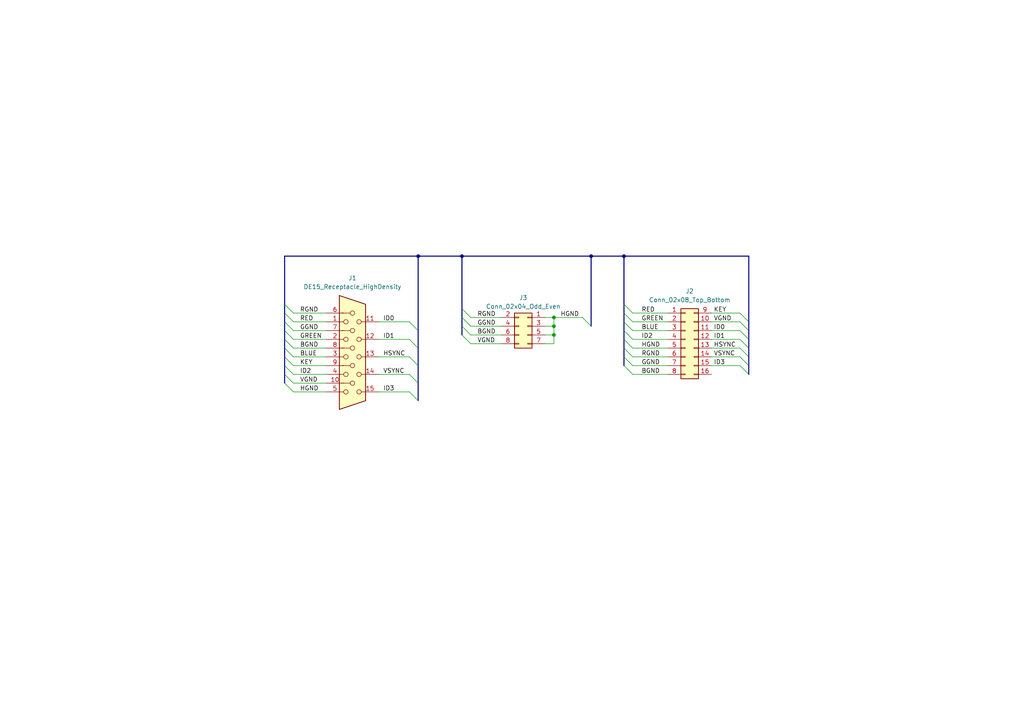
<source format=kicad_sch>
(kicad_sch (version 20230121) (generator eeschema)
  (paper "A4")
  (title_block (title "VGA Breakout Board") (date "2024-09-28") (rev "1") (company "Dillo / T'Pau"))
  (lib_symbols
    (symbol "Connector:DE15_Receptacle_HighDensity" (pin_names (offset 1.016) hide)
      (property "Reference" "J" (at 0 21.59 0))
      (property "Value" "DE15_Receptacle_HighDensity" (at 0 19.05 0))
      (symbol "DE15_Receptacle_HighDensity_0_1"
        (circle (center -1.905 -10.16) (radius 0.635))
        (circle (center -1.905 -5.08) (radius 0.635))
        (circle (center -1.905 0) (radius 0.635))
        (circle (center -1.905 5.08) (radius 0.635))
        (circle (center -1.905 10.16) (radius 0.635))
        (circle (center 0 -7.62) (radius 0.635))
        (circle (center 0 -2.54) (radius 0.635))
        (polyline (pts (xy -3.175 7.62) (xy -0.635 7.62)))
        (polyline (pts (xy -0.635 -7.62) (xy -3.175 -7.62)))
        (polyline (pts (xy -0.635 -2.54) (xy -3.175 -2.54)))
        (polyline (pts (xy -0.635 2.54) (xy -3.175 2.54)))
        (polyline (pts (xy -0.635 12.7) (xy -3.175 12.7)))
        (polyline (pts (xy -3.81 17.78) (xy -3.81 -15.24) (xy 3.81 -12.7) (xy 3.81 15.24) (xy -3.81 17.78)) (stroke (width 0.254)) (fill (type background)))
        (circle (center 0 2.54) (radius 0.635))
        (circle (center 0 7.62) (radius 0.635))
        (circle (center 0 12.7) (radius 0.635))
        (circle (center 1.905 -10.16) (radius 0.635))
        (circle (center 1.905 -5.08) (radius 0.635))
        (circle (center 1.905 0) (radius 0.635))
        (circle (center 1.905 5.08) (radius 0.635))
        (circle (center 1.905 10.16) (radius 0.635))
      )
      (symbol "DE15_Receptacle_HighDensity_1_1"
        (pin passive line (at -7.62 10.16 0) (length 5.08) (name "~") (number "1"))
        (pin passive line (at -7.62 -7.62 0) (length 5.08) (name "~") (number "10"))
        (pin passive line (at 7.62 10.16 180) (length 5.08) (name "~") (number "11"))
        (pin passive line (at 7.62 5.08 180) (length 5.08) (name "~") (number "12"))
        (pin passive line (at 7.62 0 180) (length 5.08) (name "~") (number "13"))
        (pin passive line (at 7.62 -5.08 180) (length 5.08) (name "~") (number "14"))
        (pin passive line (at 7.62 -10.16 180) (length 5.08) (name "~") (number "15"))
        (pin passive line (at -7.62 5.08 0) (length 5.08) (name "~") (number "2"))
        (pin passive line (at -7.62 0 0) (length 5.08) (name "~") (number "3"))
        (pin passive line (at -7.62 -5.08 0) (length 5.08) (name "~") (number "4"))
        (pin passive line (at -7.62 -10.16 0) (length 5.08) (name "~") (number "5"))
        (pin passive line (at -7.62 12.7 0) (length 5.08) (name "~") (number "6"))
        (pin passive line (at -7.62 7.62 0) (length 5.08) (name "~") (number "7"))
        (pin passive line (at -7.62 2.54 0) (length 5.08) (name "~") (number "8"))
        (pin passive line (at -7.62 -2.54 0) (length 5.08) (name "~") (number "9"))
      )
    )
    (symbol "Connector_Generic:Conn_02x04_Odd_Even" (pin_names (offset 1.016) hide)
      (property "Reference" "J" (at 1.27 5.08 0))
      (property "Value" "Conn_02x04_Odd_Even" (at 1.27 -7.62 0))
      (symbol "Conn_02x04_Odd_Even_1_1"
        (rectangle (start -1.27 -4.953) (end 0 -5.207) (stroke (width 0.1524)))
        (rectangle (start -1.27 -2.413) (end 0 -2.667) (stroke (width 0.1524)))
        (rectangle (start -1.27 0.127) (end 0 -0.127) (stroke (width 0.1524)))
        (rectangle (start -1.27 2.667) (end 0 2.413) (stroke (width 0.1524)))
        (rectangle (start -1.27 3.81) (end 3.81 -6.35) (stroke (width 0.254)) (fill (type background)))
        (rectangle (start 3.81 -4.953) (end 2.54 -5.207) (stroke (width 0.1524)))
        (rectangle (start 3.81 -2.413) (end 2.54 -2.667) (stroke (width 0.1524)))
        (rectangle (start 3.81 0.127) (end 2.54 -0.127) (stroke (width 0.1524)))
        (rectangle (start 3.81 2.667) (end 2.54 2.413) (stroke (width 0.1524)))
        (pin passive line (at -5.08 2.54 0) (length 3.81) (name "Pin_1") (number "1"))
        (pin passive line (at 7.62 2.54 180) (length 3.81) (name "Pin_2") (number "2"))
        (pin passive line (at -5.08 0 0) (length 3.81) (name "Pin_3") (number "3"))
        (pin passive line (at 7.62 0 180) (length 3.81) (name "Pin_4") (number "4"))
        (pin passive line (at -5.08 -2.54 0) (length 3.81) (name "Pin_5") (number "5"))
        (pin passive line (at 7.62 -2.54 180) (length 3.81) (name "Pin_6") (number "6"))
        (pin passive line (at -5.08 -5.08 0) (length 3.81) (name "Pin_7") (number "7"))
        (pin passive line (at 7.62 -5.08 180) (length 3.81) (name "Pin_8") (number "8"))
      )
    )
    (symbol "Connector_Generic:Conn_02x08_Top_Bottom" (pin_names (offset 1.016) hide)
      (property "Reference" "J" (at 1.27 10.16 0))
      (property "Value" "Conn_02x08_Top_Bottom" (at 1.27 -12.7 0))
      (symbol "Conn_02x08_Top_Bottom_1_1"
        (rectangle (start -1.27 -10.033) (end 0 -10.287) (stroke (width 0.1524)))
        (rectangle (start -1.27 -7.493) (end 0 -7.747) (stroke (width 0.1524)))
        (rectangle (start -1.27 -4.953) (end 0 -5.207) (stroke (width 0.1524)))
        (rectangle (start -1.27 -2.413) (end 0 -2.667) (stroke (width 0.1524)))
        (rectangle (start -1.27 0.127) (end 0 -0.127) (stroke (width 0.1524)))
        (rectangle (start -1.27 2.667) (end 0 2.413) (stroke (width 0.1524)))
        (rectangle (start -1.27 5.207) (end 0 4.953) (stroke (width 0.1524)))
        (rectangle (start -1.27 7.747) (end 0 7.493) (stroke (width 0.1524)))
        (rectangle (start -1.27 8.89) (end 3.81 -11.43) (stroke (width 0.254)) (fill (type background)))
        (rectangle (start 3.81 -10.033) (end 2.54 -10.287) (stroke (width 0.1524)))
        (rectangle (start 3.81 -7.493) (end 2.54 -7.747) (stroke (width 0.1524)))
        (rectangle (start 3.81 -4.953) (end 2.54 -5.207) (stroke (width 0.1524)))
        (rectangle (start 3.81 -2.413) (end 2.54 -2.667) (stroke (width 0.1524)))
        (rectangle (start 3.81 0.127) (end 2.54 -0.127) (stroke (width 0.1524)))
        (rectangle (start 3.81 2.667) (end 2.54 2.413) (stroke (width 0.1524)))
        (rectangle (start 3.81 5.207) (end 2.54 4.953) (stroke (width 0.1524)))
        (rectangle (start 3.81 7.747) (end 2.54 7.493) (stroke (width 0.1524)))
        (pin passive line (at -5.08 7.62 0) (length 3.81) (name "Pin_1") (number "1"))
        (pin passive line (at 7.62 5.08 180) (length 3.81) (name "Pin_10") (number "10"))
        (pin passive line (at 7.62 2.54 180) (length 3.81) (name "Pin_11") (number "11"))
        (pin passive line (at 7.62 0 180) (length 3.81) (name "Pin_12") (number "12"))
        (pin passive line (at 7.62 -2.54 180) (length 3.81) (name "Pin_13") (number "13"))
        (pin passive line (at 7.62 -5.08 180) (length 3.81) (name "Pin_14") (number "14"))
        (pin passive line (at 7.62 -7.62 180) (length 3.81) (name "Pin_15") (number "15"))
        (pin passive line (at 7.62 -10.16 180) (length 3.81) (name "Pin_16") (number "16"))
        (pin passive line (at -5.08 5.08 0) (length 3.81) (name "Pin_2") (number "2"))
        (pin passive line (at -5.08 2.54 0) (length 3.81) (name "Pin_3") (number "3"))
        (pin passive line (at -5.08 0 0) (length 3.81) (name "Pin_4") (number "4"))
        (pin passive line (at -5.08 -2.54 0) (length 3.81) (name "Pin_5") (number "5"))
        (pin passive line (at -5.08 -5.08 0) (length 3.81) (name "Pin_6") (number "6"))
        (pin passive line (at -5.08 -7.62 0) (length 3.81) (name "Pin_7") (number "7"))
        (pin passive line (at -5.08 -10.16 0) (length 3.81) (name "Pin_8") (number "8"))
        (pin passive line (at 7.62 7.62 180) (length 3.81) (name "Pin_9") (number "9"))
      )
    )
  )
  (junction (at 121.285 74.295))
  (junction (at 160.655 97.155))
  (junction (at 160.655 94.615))
  (junction (at 160.655 92.075))
  (junction (at 180.975 74.295))
  (junction (at 171.45 74.295))
  (junction (at 133.985 74.295))
  (bus_entry (at 214.63 103.505) (size 2.54 2.54))
  (bus_entry (at 214.63 95.885) (size 2.54 2.54))
  (bus_entry (at 133.985 89.535) (size 2.54 2.54))
  (bus_entry (at 82.55 98.425) (size 2.54 2.54))
  (bus_entry (at 118.745 103.505) (size 2.54 2.54))
  (bus_entry (at 133.985 94.615) (size 2.54 2.54))
  (bus_entry (at 180.975 106.045) (size 2.54 2.54))
  (bus_entry (at 214.63 106.045) (size 2.54 2.54))
  (bus_entry (at 82.55 90.805) (size 2.54 2.54))
  (bus_entry (at 82.55 100.965) (size 2.54 2.54))
  (bus_entry (at 180.975 98.425) (size 2.54 2.54))
  (bus_entry (at 118.745 113.665) (size 2.54 2.54))
  (bus_entry (at 214.63 98.425) (size 2.54 2.54))
  (bus_entry (at 133.985 97.155) (size 2.54 2.54))
  (bus_entry (at 180.975 93.345) (size 2.54 2.54))
  (bus_entry (at 82.55 103.505) (size 2.54 2.54))
  (bus_entry (at 214.63 100.965) (size 2.54 2.54))
  (bus_entry (at 118.745 108.585) (size 2.54 2.54))
  (bus_entry (at 82.55 111.125) (size 2.54 2.54))
  (bus_entry (at 180.975 100.965) (size 2.54 2.54))
  (bus_entry (at 133.985 92.075) (size 2.54 2.54))
  (bus_entry (at 118.745 93.345) (size 2.54 2.54))
  (bus_entry (at 82.55 106.045) (size 2.54 2.54))
  (bus_entry (at 82.55 108.585) (size 2.54 2.54))
  (bus_entry (at 214.63 93.345) (size 2.54 2.54))
  (bus_entry (at 82.55 93.345) (size 2.54 2.54))
  (bus_entry (at 180.975 88.265) (size 2.54 2.54))
  (bus_entry (at 180.975 103.505) (size 2.54 2.54))
  (bus_entry (at 168.91 92.075) (size 2.54 2.54))
  (bus_entry (at 214.63 90.805) (size 2.54 2.54))
  (bus_entry (at 82.55 95.885) (size 2.54 2.54))
  (bus_entry (at 180.975 90.805) (size 2.54 2.54))
  (bus_entry (at 82.55 88.265) (size 2.54 2.54))
  (bus_entry (at 180.975 95.885) (size 2.54 2.54))
  (bus_entry (at 118.745 98.425) (size 2.54 2.54))
  (bus (pts (xy 133.985 89.535) (xy 133.985 92.075)))
  (bus (pts (xy 171.45 74.295) (xy 133.985 74.295)))
  (bus (pts (xy 82.55 90.805) (xy 82.55 93.345)))
  (wire (pts (xy 85.09 103.505) (xy 94.615 103.505)))
  (bus (pts (xy 217.17 98.425) (xy 217.17 95.885)))
  (wire (pts (xy 85.09 100.965) (xy 94.615 100.965)))
  (wire (pts (xy 160.655 92.075) (xy 168.91 92.075)))
  (bus (pts (xy 180.975 103.505) (xy 180.975 100.965)))
  (bus (pts (xy 180.975 95.885) (xy 180.975 93.345)))
  (wire (pts (xy 109.855 113.665) (xy 118.745 113.665)))
  (wire (pts (xy 183.515 106.045) (xy 193.675 106.045)))
  (bus (pts (xy 121.285 100.965) (xy 121.285 106.045)))
  (bus (pts (xy 121.285 111.125) (xy 121.285 116.205)))
  (wire (pts (xy 109.855 93.345) (xy 118.745 93.345)))
  (wire (pts (xy 158.115 94.615) (xy 160.655 94.615)))
  (bus (pts (xy 82.55 74.295) (xy 82.55 88.265)))
  (bus (pts (xy 82.55 108.585) (xy 82.55 111.125)))
  (wire (pts (xy 85.09 111.125) (xy 94.615 111.125)))
  (wire (pts (xy 160.655 94.615) (xy 160.655 97.155)))
  (wire (pts (xy 85.09 113.665) (xy 94.615 113.665)))
  (wire (pts (xy 183.515 98.425) (xy 193.675 98.425)))
  (wire (pts (xy 109.855 103.505) (xy 118.745 103.505)))
  (wire (pts (xy 160.655 99.695) (xy 160.655 97.155)))
  (bus (pts (xy 217.17 93.345) (xy 217.17 74.295)))
  (bus (pts (xy 82.55 106.045) (xy 82.55 108.585)))
  (bus (pts (xy 133.985 92.075) (xy 133.985 94.615)))
  (bus (pts (xy 180.975 106.045) (xy 180.975 103.505)))
  (wire (pts (xy 85.09 106.045) (xy 94.615 106.045)))
  (wire (pts (xy 85.09 93.345) (xy 94.615 93.345)))
  (wire (pts (xy 206.375 103.505) (xy 214.63 103.505)))
  (bus (pts (xy 217.17 95.885) (xy 217.17 93.345)))
  (bus (pts (xy 171.45 74.295) (xy 171.45 94.615)))
  (bus (pts (xy 82.55 98.425) (xy 82.55 100.965)))
  (bus (pts (xy 82.55 95.885) (xy 82.55 98.425)))
  (wire (pts (xy 136.525 97.155) (xy 145.415 97.155)))
  (bus (pts (xy 217.17 74.295) (xy 180.975 74.295)))
  (wire (pts (xy 183.515 90.805) (xy 193.675 90.805)))
  (wire (pts (xy 136.525 92.075) (xy 145.415 92.075)))
  (wire (pts (xy 158.115 99.695) (xy 160.655 99.695)))
  (wire (pts (xy 85.09 90.805) (xy 94.615 90.805)))
  (wire (pts (xy 85.09 95.885) (xy 94.615 95.885)))
  (bus (pts (xy 82.55 93.345) (xy 82.55 95.885)))
  (bus (pts (xy 133.985 94.615) (xy 133.985 97.155)))
  (bus (pts (xy 82.55 100.965) (xy 82.55 103.505)))
  (wire (pts (xy 183.515 93.345) (xy 193.675 93.345)))
  (bus (pts (xy 180.975 88.265) (xy 180.975 74.295)))
  (bus (pts (xy 180.975 98.425) (xy 180.975 95.885)))
  (bus (pts (xy 217.17 100.965) (xy 217.17 98.425)))
  (bus (pts (xy 217.17 103.505) (xy 217.17 100.965)))
  (bus (pts (xy 82.55 103.505) (xy 82.55 106.045)))
  (bus (pts (xy 82.55 88.265) (xy 82.55 90.805)))
  (wire (pts (xy 183.515 100.965) (xy 193.675 100.965)))
  (bus (pts (xy 133.985 74.295) (xy 121.285 74.295)))
  (wire (pts (xy 206.375 93.345) (xy 214.63 93.345)))
  (wire (pts (xy 206.375 90.805) (xy 214.63 90.805)))
  (bus (pts (xy 121.285 106.045) (xy 121.285 111.125)))
  (wire (pts (xy 158.115 92.075) (xy 160.655 92.075)))
  (bus (pts (xy 121.285 74.295) (xy 121.285 95.885)))
  (wire (pts (xy 136.525 94.615) (xy 145.415 94.615)))
  (bus (pts (xy 121.285 74.295) (xy 82.55 74.295)))
  (wire (pts (xy 206.375 106.045) (xy 214.63 106.045)))
  (wire (pts (xy 109.855 108.585) (xy 118.745 108.585)))
  (bus (pts (xy 180.975 100.965) (xy 180.975 98.425)))
  (wire (pts (xy 183.515 108.585) (xy 193.675 108.585)))
  (bus (pts (xy 180.975 90.805) (xy 180.975 88.265)))
  (wire (pts (xy 206.375 100.965) (xy 214.63 100.965)))
  (bus (pts (xy 217.17 108.585) (xy 217.17 106.045)))
  (wire (pts (xy 85.09 108.585) (xy 94.615 108.585)))
  (wire (pts (xy 136.525 99.695) (xy 145.415 99.695)))
  (wire (pts (xy 109.855 98.425) (xy 118.745 98.425)))
  (wire (pts (xy 183.515 95.885) (xy 193.675 95.885)))
  (bus (pts (xy 180.975 74.295) (xy 171.45 74.295)))
  (wire (pts (xy 160.655 92.075) (xy 160.655 94.615)))
  (wire (pts (xy 183.515 103.505) (xy 193.675 103.505)))
  (wire (pts (xy 206.375 98.425) (xy 214.63 98.425)))
  (bus (pts (xy 217.17 106.045) (xy 217.17 103.505)))
  (bus (pts (xy 121.285 95.885) (xy 121.285 100.965)))
  (bus (pts (xy 180.975 93.345) (xy 180.975 90.805)))
  (bus (pts (xy 133.985 74.295) (xy 133.985 89.535)))
  (wire (pts (xy 158.115 97.155) (xy 160.655 97.155)))
  (wire (pts (xy 85.09 98.425) (xy 94.615 98.425)))
  (wire (pts (xy 206.375 95.885) (xy 214.63 95.885)))
  (label "BGND" (at 186.055 108.585 0))
  (label "KEY" (at 86.995 106.045 0))
  (label "HGND" (at 162.56 92.075 0))
  (label "HGND" (at 186.055 100.965 0))
  (label "VSYNC" (at 207.01 103.505 0))
  (label "BGND" (at 86.995 100.965 0))
  (label "VGND" (at 207.01 93.345 0))
  (label "VSYNC" (at 111.125 108.585 0))
  (label "GREEN" (at 186.055 93.345 0))
  (label "BGND" (at 138.43 97.155 0))
  (label "ID3" (at 111.125 113.665 0))
  (label "VGND" (at 86.995 111.125 0))
  (label "ID1" (at 207.01 98.425 0))
  (label "BLUE" (at 86.995 103.505 0))
  (label "ID1" (at 111.125 98.425 0))
  (label "GGND" (at 138.43 94.615 0))
  (label "RGND" (at 86.995 90.805 0))
  (label "ID2" (at 86.995 108.585 0))
  (label "RED" (at 186.055 90.805 0))
  (label "RGND" (at 186.055 103.505 0))
  (label "HSYNC" (at 207.01 100.965 0))
  (label "ID3" (at 207.01 106.045 0))
  (label "RED" (at 86.995 93.345 0))
  (label "HGND" (at 86.995 113.665 0))
  (label "GGND" (at 86.995 95.885 0))
  (label "RGND" (at 138.43 92.075 0))
  (label "ID2" (at 186.055 98.425 0))
  (label "KEY" (at 207.01 90.805 0))
  (label "HSYNC" (at 111.125 103.505 0))
  (label "BLUE" (at 186.055 95.885 0))
  (label "ID0" (at 207.01 95.885 0))
  (label "ID0" (at 111.125 93.345 0))
  (label "GGND" (at 186.055 106.045 0))
  (label "VGND" (at 138.43 99.695 0))
  (label "GREEN" (at 86.995 98.425 0))
  (symbol (lib_id "Connector_Generic:Conn_02x08_Top_Bottom") (at 198.755 98.425 0) (unit 1)
    (property "Reference" "J2" (at 200.025 84.455 0))
    (property "Value" "Conn_02x08_Top_Bottom" (at 200.025 86.995 0))
    (property "Footprint" "Connector_PinHeader_2.54mm:PinHeader_2x08_P2.54mm_Vertical" (effects hide))
  )
  (symbol (lib_id "Connector:DE15_Receptacle_HighDensity") (at 102.235 103.505 0) (unit 1)
    (property "Reference" "J1" (at 102.235 80.645 0))
    (property "Value" "DE15_Receptacle_HighDensity" (at 102.235 83.185 0))
    (property "Footprint" "Connector_Dsub:DSUB-15-HD_Female_Horizontal_P2.29x1.98mm_EdgePinOffset8.35mm_Housed_MountingHolesOffset10.89mm" (effects hide))
    (property "Datasheet" " ~" (effects hide))
  )
  (symbol (lib_id "Connector_Generic:Conn_02x04_Odd_Even") (at 153.035 94.615 0) (mirror y) (unit 1)
    (property "Reference" "J3" (at 151.765 86.36 0))
    (property "Value" "Conn_02x04_Odd_Even" (at 151.765 88.9 0))
    (property "Footprint" "PinHeader_2x04_P2.54mm_Vertical" (effects hide))
  )
)
</source>
